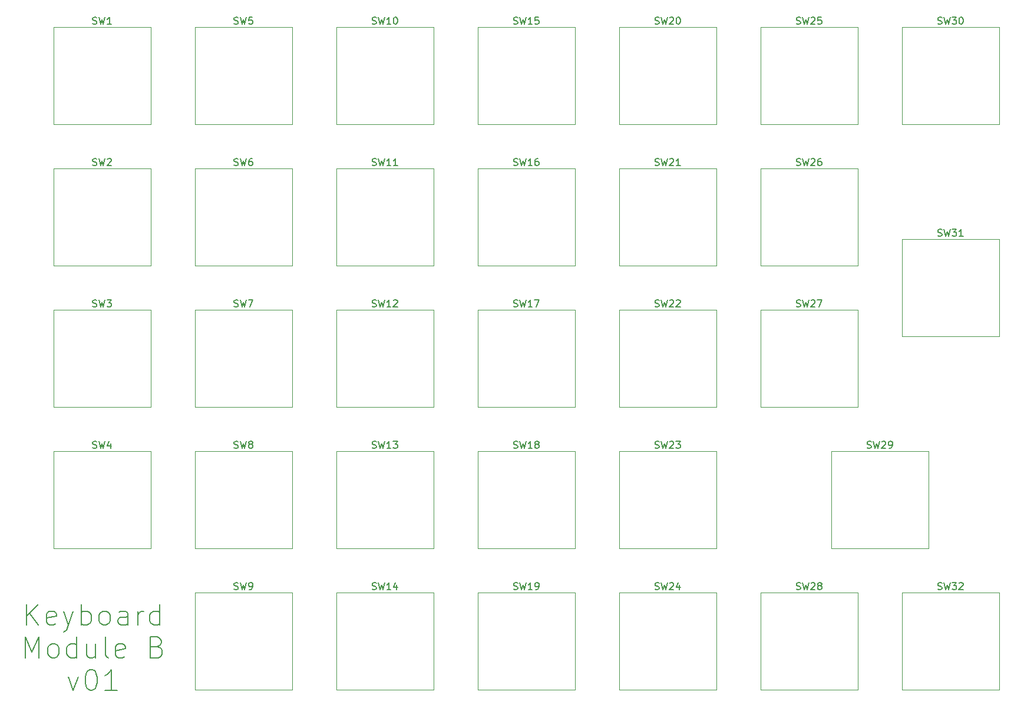
<source format=gto>
G04 #@! TF.GenerationSoftware,KiCad,Pcbnew,(5.1.0)-1*
G04 #@! TF.CreationDate,2019-04-07T23:14:06+02:00*
G04 #@! TF.ProjectId,ModuleB,4d6f6475-6c65-4422-9e6b-696361645f70,v01*
G04 #@! TF.SameCoordinates,Original*
G04 #@! TF.FileFunction,Legend,Top*
G04 #@! TF.FilePolarity,Positive*
%FSLAX46Y46*%
G04 Gerber Fmt 4.6, Leading zero omitted, Abs format (unit mm)*
G04 Created by KiCad (PCBNEW (5.1.0)-1) date 2019-04-07 23:14:06*
%MOMM*%
%LPD*%
G04 APERTURE LIST*
%ADD10C,0.200000*%
%ADD11C,0.120000*%
%ADD12C,0.150000*%
G04 APERTURE END LIST*
D10*
X20908571Y-115783142D02*
X20908571Y-112783142D01*
X22622857Y-115783142D02*
X21337142Y-114068857D01*
X22622857Y-112783142D02*
X20908571Y-114497428D01*
X25051428Y-115640285D02*
X24765714Y-115783142D01*
X24194285Y-115783142D01*
X23908571Y-115640285D01*
X23765714Y-115354571D01*
X23765714Y-114211714D01*
X23908571Y-113926000D01*
X24194285Y-113783142D01*
X24765714Y-113783142D01*
X25051428Y-113926000D01*
X25194285Y-114211714D01*
X25194285Y-114497428D01*
X23765714Y-114783142D01*
X26194285Y-113783142D02*
X26908571Y-115783142D01*
X27622857Y-113783142D02*
X26908571Y-115783142D01*
X26622857Y-116497428D01*
X26480000Y-116640285D01*
X26194285Y-116783142D01*
X28765714Y-115783142D02*
X28765714Y-112783142D01*
X28765714Y-113926000D02*
X29051428Y-113783142D01*
X29622857Y-113783142D01*
X29908571Y-113926000D01*
X30051428Y-114068857D01*
X30194285Y-114354571D01*
X30194285Y-115211714D01*
X30051428Y-115497428D01*
X29908571Y-115640285D01*
X29622857Y-115783142D01*
X29051428Y-115783142D01*
X28765714Y-115640285D01*
X31908571Y-115783142D02*
X31622857Y-115640285D01*
X31480000Y-115497428D01*
X31337142Y-115211714D01*
X31337142Y-114354571D01*
X31480000Y-114068857D01*
X31622857Y-113926000D01*
X31908571Y-113783142D01*
X32337142Y-113783142D01*
X32622857Y-113926000D01*
X32765714Y-114068857D01*
X32908571Y-114354571D01*
X32908571Y-115211714D01*
X32765714Y-115497428D01*
X32622857Y-115640285D01*
X32337142Y-115783142D01*
X31908571Y-115783142D01*
X35480000Y-115783142D02*
X35480000Y-114211714D01*
X35337142Y-113926000D01*
X35051428Y-113783142D01*
X34480000Y-113783142D01*
X34194285Y-113926000D01*
X35480000Y-115640285D02*
X35194285Y-115783142D01*
X34480000Y-115783142D01*
X34194285Y-115640285D01*
X34051428Y-115354571D01*
X34051428Y-115068857D01*
X34194285Y-114783142D01*
X34480000Y-114640285D01*
X35194285Y-114640285D01*
X35480000Y-114497428D01*
X36908571Y-115783142D02*
X36908571Y-113783142D01*
X36908571Y-114354571D02*
X37051428Y-114068857D01*
X37194285Y-113926000D01*
X37480000Y-113783142D01*
X37765714Y-113783142D01*
X40051428Y-115783142D02*
X40051428Y-112783142D01*
X40051428Y-115640285D02*
X39765714Y-115783142D01*
X39194285Y-115783142D01*
X38908571Y-115640285D01*
X38765714Y-115497428D01*
X38622857Y-115211714D01*
X38622857Y-114354571D01*
X38765714Y-114068857D01*
X38908571Y-113926000D01*
X39194285Y-113783142D01*
X39765714Y-113783142D01*
X40051428Y-113926000D01*
X20694285Y-120483142D02*
X20694285Y-117483142D01*
X21694285Y-119626000D01*
X22694285Y-117483142D01*
X22694285Y-120483142D01*
X24551428Y-120483142D02*
X24265714Y-120340285D01*
X24122857Y-120197428D01*
X23980000Y-119911714D01*
X23980000Y-119054571D01*
X24122857Y-118768857D01*
X24265714Y-118626000D01*
X24551428Y-118483142D01*
X24980000Y-118483142D01*
X25265714Y-118626000D01*
X25408571Y-118768857D01*
X25551428Y-119054571D01*
X25551428Y-119911714D01*
X25408571Y-120197428D01*
X25265714Y-120340285D01*
X24980000Y-120483142D01*
X24551428Y-120483142D01*
X28122857Y-120483142D02*
X28122857Y-117483142D01*
X28122857Y-120340285D02*
X27837142Y-120483142D01*
X27265714Y-120483142D01*
X26980000Y-120340285D01*
X26837142Y-120197428D01*
X26694285Y-119911714D01*
X26694285Y-119054571D01*
X26837142Y-118768857D01*
X26980000Y-118626000D01*
X27265714Y-118483142D01*
X27837142Y-118483142D01*
X28122857Y-118626000D01*
X30837142Y-118483142D02*
X30837142Y-120483142D01*
X29551428Y-118483142D02*
X29551428Y-120054571D01*
X29694285Y-120340285D01*
X29980000Y-120483142D01*
X30408571Y-120483142D01*
X30694285Y-120340285D01*
X30837142Y-120197428D01*
X32694285Y-120483142D02*
X32408571Y-120340285D01*
X32265714Y-120054571D01*
X32265714Y-117483142D01*
X34980000Y-120340285D02*
X34694285Y-120483142D01*
X34122857Y-120483142D01*
X33837142Y-120340285D01*
X33694285Y-120054571D01*
X33694285Y-118911714D01*
X33837142Y-118626000D01*
X34122857Y-118483142D01*
X34694285Y-118483142D01*
X34980000Y-118626000D01*
X35122857Y-118911714D01*
X35122857Y-119197428D01*
X33694285Y-119483142D01*
X39694285Y-118911714D02*
X40122857Y-119054571D01*
X40265714Y-119197428D01*
X40408571Y-119483142D01*
X40408571Y-119911714D01*
X40265714Y-120197428D01*
X40122857Y-120340285D01*
X39837142Y-120483142D01*
X38694285Y-120483142D01*
X38694285Y-117483142D01*
X39694285Y-117483142D01*
X39980000Y-117626000D01*
X40122857Y-117768857D01*
X40265714Y-118054571D01*
X40265714Y-118340285D01*
X40122857Y-118626000D01*
X39980000Y-118768857D01*
X39694285Y-118911714D01*
X38694285Y-118911714D01*
X26908571Y-123183142D02*
X27622857Y-125183142D01*
X28337142Y-123183142D01*
X30051428Y-122183142D02*
X30337142Y-122183142D01*
X30622857Y-122326000D01*
X30765714Y-122468857D01*
X30908571Y-122754571D01*
X31051428Y-123326000D01*
X31051428Y-124040285D01*
X30908571Y-124611714D01*
X30765714Y-124897428D01*
X30622857Y-125040285D01*
X30337142Y-125183142D01*
X30051428Y-125183142D01*
X29765714Y-125040285D01*
X29622857Y-124897428D01*
X29480000Y-124611714D01*
X29337142Y-124040285D01*
X29337142Y-123326000D01*
X29480000Y-122754571D01*
X29622857Y-122468857D01*
X29765714Y-122326000D01*
X30051428Y-122183142D01*
X33908571Y-125183142D02*
X32194285Y-125183142D01*
X33051428Y-125183142D02*
X33051428Y-122183142D01*
X32765714Y-122611714D01*
X32480000Y-122897428D01*
X32194285Y-123040285D01*
D11*
X45085000Y-70485000D02*
X59055000Y-70485000D01*
X59055000Y-70485000D02*
X59055000Y-84455000D01*
X59055000Y-84455000D02*
X45085000Y-84455000D01*
X45085000Y-84455000D02*
X45085000Y-70485000D01*
X146685000Y-125095000D02*
X146685000Y-111125000D01*
X160655000Y-125095000D02*
X146685000Y-125095000D01*
X160655000Y-111125000D02*
X160655000Y-125095000D01*
X146685000Y-111125000D02*
X160655000Y-111125000D01*
X24765000Y-43815000D02*
X24765000Y-29845000D01*
X38735000Y-43815000D02*
X24765000Y-43815000D01*
X38735000Y-29845000D02*
X38735000Y-43815000D01*
X24765000Y-29845000D02*
X38735000Y-29845000D01*
X24765000Y-50165000D02*
X38735000Y-50165000D01*
X38735000Y-50165000D02*
X38735000Y-64135000D01*
X38735000Y-64135000D02*
X24765000Y-64135000D01*
X24765000Y-64135000D02*
X24765000Y-50165000D01*
X24765000Y-70485000D02*
X38735000Y-70485000D01*
X38735000Y-70485000D02*
X38735000Y-84455000D01*
X38735000Y-84455000D02*
X24765000Y-84455000D01*
X24765000Y-84455000D02*
X24765000Y-70485000D01*
X24765000Y-90805000D02*
X38735000Y-90805000D01*
X38735000Y-90805000D02*
X38735000Y-104775000D01*
X38735000Y-104775000D02*
X24765000Y-104775000D01*
X24765000Y-104775000D02*
X24765000Y-90805000D01*
X45085000Y-29845000D02*
X59055000Y-29845000D01*
X59055000Y-29845000D02*
X59055000Y-43815000D01*
X59055000Y-43815000D02*
X45085000Y-43815000D01*
X45085000Y-43815000D02*
X45085000Y-29845000D01*
X45085000Y-64135000D02*
X45085000Y-50165000D01*
X59055000Y-64135000D02*
X45085000Y-64135000D01*
X59055000Y-50165000D02*
X59055000Y-64135000D01*
X45085000Y-50165000D02*
X59055000Y-50165000D01*
X45085000Y-104775000D02*
X45085000Y-90805000D01*
X59055000Y-104775000D02*
X45085000Y-104775000D01*
X59055000Y-90805000D02*
X59055000Y-104775000D01*
X45085000Y-90805000D02*
X59055000Y-90805000D01*
X45085000Y-125095000D02*
X45085000Y-111125000D01*
X59055000Y-125095000D02*
X45085000Y-125095000D01*
X59055000Y-111125000D02*
X59055000Y-125095000D01*
X45085000Y-111125000D02*
X59055000Y-111125000D01*
X65405000Y-43815000D02*
X65405000Y-29845000D01*
X79375000Y-43815000D02*
X65405000Y-43815000D01*
X79375000Y-29845000D02*
X79375000Y-43815000D01*
X65405000Y-29845000D02*
X79375000Y-29845000D01*
X65405000Y-64135000D02*
X65405000Y-50165000D01*
X79375000Y-64135000D02*
X65405000Y-64135000D01*
X79375000Y-50165000D02*
X79375000Y-64135000D01*
X65405000Y-50165000D02*
X79375000Y-50165000D01*
X65405000Y-84455000D02*
X65405000Y-70485000D01*
X79375000Y-84455000D02*
X65405000Y-84455000D01*
X79375000Y-70485000D02*
X79375000Y-84455000D01*
X65405000Y-70485000D02*
X79375000Y-70485000D01*
X65405000Y-90805000D02*
X79375000Y-90805000D01*
X79375000Y-90805000D02*
X79375000Y-104775000D01*
X79375000Y-104775000D02*
X65405000Y-104775000D01*
X65405000Y-104775000D02*
X65405000Y-90805000D01*
X65405000Y-125095000D02*
X65405000Y-111125000D01*
X79375000Y-125095000D02*
X65405000Y-125095000D01*
X79375000Y-111125000D02*
X79375000Y-125095000D01*
X65405000Y-111125000D02*
X79375000Y-111125000D01*
X85725000Y-43815000D02*
X85725000Y-29845000D01*
X99695000Y-43815000D02*
X85725000Y-43815000D01*
X99695000Y-29845000D02*
X99695000Y-43815000D01*
X85725000Y-29845000D02*
X99695000Y-29845000D01*
X85725000Y-50165000D02*
X99695000Y-50165000D01*
X99695000Y-50165000D02*
X99695000Y-64135000D01*
X99695000Y-64135000D02*
X85725000Y-64135000D01*
X85725000Y-64135000D02*
X85725000Y-50165000D01*
X85725000Y-70485000D02*
X99695000Y-70485000D01*
X99695000Y-70485000D02*
X99695000Y-84455000D01*
X99695000Y-84455000D02*
X85725000Y-84455000D01*
X85725000Y-84455000D02*
X85725000Y-70485000D01*
X85725000Y-90805000D02*
X99695000Y-90805000D01*
X99695000Y-90805000D02*
X99695000Y-104775000D01*
X99695000Y-104775000D02*
X85725000Y-104775000D01*
X85725000Y-104775000D02*
X85725000Y-90805000D01*
X85725000Y-111125000D02*
X99695000Y-111125000D01*
X99695000Y-111125000D02*
X99695000Y-125095000D01*
X99695000Y-125095000D02*
X85725000Y-125095000D01*
X85725000Y-125095000D02*
X85725000Y-111125000D01*
X106045000Y-43815000D02*
X106045000Y-29845000D01*
X120015000Y-43815000D02*
X106045000Y-43815000D01*
X120015000Y-29845000D02*
X120015000Y-43815000D01*
X106045000Y-29845000D02*
X120015000Y-29845000D01*
X106045000Y-50165000D02*
X120015000Y-50165000D01*
X120015000Y-50165000D02*
X120015000Y-64135000D01*
X120015000Y-64135000D02*
X106045000Y-64135000D01*
X106045000Y-64135000D02*
X106045000Y-50165000D01*
X106045000Y-70485000D02*
X120015000Y-70485000D01*
X120015000Y-70485000D02*
X120015000Y-84455000D01*
X120015000Y-84455000D02*
X106045000Y-84455000D01*
X106045000Y-84455000D02*
X106045000Y-70485000D01*
X106045000Y-90805000D02*
X120015000Y-90805000D01*
X120015000Y-90805000D02*
X120015000Y-104775000D01*
X120015000Y-104775000D02*
X106045000Y-104775000D01*
X106045000Y-104775000D02*
X106045000Y-90805000D01*
X106045000Y-125095000D02*
X106045000Y-111125000D01*
X120015000Y-125095000D02*
X106045000Y-125095000D01*
X120015000Y-111125000D02*
X120015000Y-125095000D01*
X106045000Y-111125000D02*
X120015000Y-111125000D01*
X126365000Y-29845000D02*
X140335000Y-29845000D01*
X140335000Y-29845000D02*
X140335000Y-43815000D01*
X140335000Y-43815000D02*
X126365000Y-43815000D01*
X126365000Y-43815000D02*
X126365000Y-29845000D01*
X126365000Y-50165000D02*
X140335000Y-50165000D01*
X140335000Y-50165000D02*
X140335000Y-64135000D01*
X140335000Y-64135000D02*
X126365000Y-64135000D01*
X126365000Y-64135000D02*
X126365000Y-50165000D01*
X126365000Y-70485000D02*
X140335000Y-70485000D01*
X140335000Y-70485000D02*
X140335000Y-84455000D01*
X140335000Y-84455000D02*
X126365000Y-84455000D01*
X126365000Y-84455000D02*
X126365000Y-70485000D01*
X126365000Y-125095000D02*
X126365000Y-111125000D01*
X140335000Y-125095000D02*
X126365000Y-125095000D01*
X140335000Y-111125000D02*
X140335000Y-125095000D01*
X126365000Y-111125000D02*
X140335000Y-111125000D01*
X136525000Y-90805000D02*
X150495000Y-90805000D01*
X150495000Y-90805000D02*
X150495000Y-104775000D01*
X150495000Y-104775000D02*
X136525000Y-104775000D01*
X136525000Y-104775000D02*
X136525000Y-90805000D01*
X146685000Y-43815000D02*
X146685000Y-29845000D01*
X160655000Y-43815000D02*
X146685000Y-43815000D01*
X160655000Y-29845000D02*
X160655000Y-43815000D01*
X146685000Y-29845000D02*
X160655000Y-29845000D01*
X146685000Y-60325000D02*
X160655000Y-60325000D01*
X160655000Y-60325000D02*
X160655000Y-74295000D01*
X160655000Y-74295000D02*
X146685000Y-74295000D01*
X146685000Y-74295000D02*
X146685000Y-60325000D01*
D12*
X50736666Y-70000761D02*
X50879523Y-70048380D01*
X51117619Y-70048380D01*
X51212857Y-70000761D01*
X51260476Y-69953142D01*
X51308095Y-69857904D01*
X51308095Y-69762666D01*
X51260476Y-69667428D01*
X51212857Y-69619809D01*
X51117619Y-69572190D01*
X50927142Y-69524571D01*
X50831904Y-69476952D01*
X50784285Y-69429333D01*
X50736666Y-69334095D01*
X50736666Y-69238857D01*
X50784285Y-69143619D01*
X50831904Y-69096000D01*
X50927142Y-69048380D01*
X51165238Y-69048380D01*
X51308095Y-69096000D01*
X51641428Y-69048380D02*
X51879523Y-70048380D01*
X52070000Y-69334095D01*
X52260476Y-70048380D01*
X52498571Y-69048380D01*
X52784285Y-69048380D02*
X53450952Y-69048380D01*
X53022380Y-70048380D01*
X151860476Y-110640761D02*
X152003333Y-110688380D01*
X152241428Y-110688380D01*
X152336666Y-110640761D01*
X152384285Y-110593142D01*
X152431904Y-110497904D01*
X152431904Y-110402666D01*
X152384285Y-110307428D01*
X152336666Y-110259809D01*
X152241428Y-110212190D01*
X152050952Y-110164571D01*
X151955714Y-110116952D01*
X151908095Y-110069333D01*
X151860476Y-109974095D01*
X151860476Y-109878857D01*
X151908095Y-109783619D01*
X151955714Y-109736000D01*
X152050952Y-109688380D01*
X152289047Y-109688380D01*
X152431904Y-109736000D01*
X152765238Y-109688380D02*
X153003333Y-110688380D01*
X153193809Y-109974095D01*
X153384285Y-110688380D01*
X153622380Y-109688380D01*
X153908095Y-109688380D02*
X154527142Y-109688380D01*
X154193809Y-110069333D01*
X154336666Y-110069333D01*
X154431904Y-110116952D01*
X154479523Y-110164571D01*
X154527142Y-110259809D01*
X154527142Y-110497904D01*
X154479523Y-110593142D01*
X154431904Y-110640761D01*
X154336666Y-110688380D01*
X154050952Y-110688380D01*
X153955714Y-110640761D01*
X153908095Y-110593142D01*
X154908095Y-109783619D02*
X154955714Y-109736000D01*
X155050952Y-109688380D01*
X155289047Y-109688380D01*
X155384285Y-109736000D01*
X155431904Y-109783619D01*
X155479523Y-109878857D01*
X155479523Y-109974095D01*
X155431904Y-110116952D01*
X154860476Y-110688380D01*
X155479523Y-110688380D01*
X30416666Y-29360761D02*
X30559523Y-29408380D01*
X30797619Y-29408380D01*
X30892857Y-29360761D01*
X30940476Y-29313142D01*
X30988095Y-29217904D01*
X30988095Y-29122666D01*
X30940476Y-29027428D01*
X30892857Y-28979809D01*
X30797619Y-28932190D01*
X30607142Y-28884571D01*
X30511904Y-28836952D01*
X30464285Y-28789333D01*
X30416666Y-28694095D01*
X30416666Y-28598857D01*
X30464285Y-28503619D01*
X30511904Y-28456000D01*
X30607142Y-28408380D01*
X30845238Y-28408380D01*
X30988095Y-28456000D01*
X31321428Y-28408380D02*
X31559523Y-29408380D01*
X31750000Y-28694095D01*
X31940476Y-29408380D01*
X32178571Y-28408380D01*
X33083333Y-29408380D02*
X32511904Y-29408380D01*
X32797619Y-29408380D02*
X32797619Y-28408380D01*
X32702380Y-28551238D01*
X32607142Y-28646476D01*
X32511904Y-28694095D01*
X30416666Y-49680761D02*
X30559523Y-49728380D01*
X30797619Y-49728380D01*
X30892857Y-49680761D01*
X30940476Y-49633142D01*
X30988095Y-49537904D01*
X30988095Y-49442666D01*
X30940476Y-49347428D01*
X30892857Y-49299809D01*
X30797619Y-49252190D01*
X30607142Y-49204571D01*
X30511904Y-49156952D01*
X30464285Y-49109333D01*
X30416666Y-49014095D01*
X30416666Y-48918857D01*
X30464285Y-48823619D01*
X30511904Y-48776000D01*
X30607142Y-48728380D01*
X30845238Y-48728380D01*
X30988095Y-48776000D01*
X31321428Y-48728380D02*
X31559523Y-49728380D01*
X31750000Y-49014095D01*
X31940476Y-49728380D01*
X32178571Y-48728380D01*
X32511904Y-48823619D02*
X32559523Y-48776000D01*
X32654761Y-48728380D01*
X32892857Y-48728380D01*
X32988095Y-48776000D01*
X33035714Y-48823619D01*
X33083333Y-48918857D01*
X33083333Y-49014095D01*
X33035714Y-49156952D01*
X32464285Y-49728380D01*
X33083333Y-49728380D01*
X30416666Y-70000761D02*
X30559523Y-70048380D01*
X30797619Y-70048380D01*
X30892857Y-70000761D01*
X30940476Y-69953142D01*
X30988095Y-69857904D01*
X30988095Y-69762666D01*
X30940476Y-69667428D01*
X30892857Y-69619809D01*
X30797619Y-69572190D01*
X30607142Y-69524571D01*
X30511904Y-69476952D01*
X30464285Y-69429333D01*
X30416666Y-69334095D01*
X30416666Y-69238857D01*
X30464285Y-69143619D01*
X30511904Y-69096000D01*
X30607142Y-69048380D01*
X30845238Y-69048380D01*
X30988095Y-69096000D01*
X31321428Y-69048380D02*
X31559523Y-70048380D01*
X31750000Y-69334095D01*
X31940476Y-70048380D01*
X32178571Y-69048380D01*
X32464285Y-69048380D02*
X33083333Y-69048380D01*
X32750000Y-69429333D01*
X32892857Y-69429333D01*
X32988095Y-69476952D01*
X33035714Y-69524571D01*
X33083333Y-69619809D01*
X33083333Y-69857904D01*
X33035714Y-69953142D01*
X32988095Y-70000761D01*
X32892857Y-70048380D01*
X32607142Y-70048380D01*
X32511904Y-70000761D01*
X32464285Y-69953142D01*
X30416666Y-90320761D02*
X30559523Y-90368380D01*
X30797619Y-90368380D01*
X30892857Y-90320761D01*
X30940476Y-90273142D01*
X30988095Y-90177904D01*
X30988095Y-90082666D01*
X30940476Y-89987428D01*
X30892857Y-89939809D01*
X30797619Y-89892190D01*
X30607142Y-89844571D01*
X30511904Y-89796952D01*
X30464285Y-89749333D01*
X30416666Y-89654095D01*
X30416666Y-89558857D01*
X30464285Y-89463619D01*
X30511904Y-89416000D01*
X30607142Y-89368380D01*
X30845238Y-89368380D01*
X30988095Y-89416000D01*
X31321428Y-89368380D02*
X31559523Y-90368380D01*
X31750000Y-89654095D01*
X31940476Y-90368380D01*
X32178571Y-89368380D01*
X32988095Y-89701714D02*
X32988095Y-90368380D01*
X32750000Y-89320761D02*
X32511904Y-90035047D01*
X33130952Y-90035047D01*
X50736666Y-29360761D02*
X50879523Y-29408380D01*
X51117619Y-29408380D01*
X51212857Y-29360761D01*
X51260476Y-29313142D01*
X51308095Y-29217904D01*
X51308095Y-29122666D01*
X51260476Y-29027428D01*
X51212857Y-28979809D01*
X51117619Y-28932190D01*
X50927142Y-28884571D01*
X50831904Y-28836952D01*
X50784285Y-28789333D01*
X50736666Y-28694095D01*
X50736666Y-28598857D01*
X50784285Y-28503619D01*
X50831904Y-28456000D01*
X50927142Y-28408380D01*
X51165238Y-28408380D01*
X51308095Y-28456000D01*
X51641428Y-28408380D02*
X51879523Y-29408380D01*
X52070000Y-28694095D01*
X52260476Y-29408380D01*
X52498571Y-28408380D01*
X53355714Y-28408380D02*
X52879523Y-28408380D01*
X52831904Y-28884571D01*
X52879523Y-28836952D01*
X52974761Y-28789333D01*
X53212857Y-28789333D01*
X53308095Y-28836952D01*
X53355714Y-28884571D01*
X53403333Y-28979809D01*
X53403333Y-29217904D01*
X53355714Y-29313142D01*
X53308095Y-29360761D01*
X53212857Y-29408380D01*
X52974761Y-29408380D01*
X52879523Y-29360761D01*
X52831904Y-29313142D01*
X50736666Y-49680761D02*
X50879523Y-49728380D01*
X51117619Y-49728380D01*
X51212857Y-49680761D01*
X51260476Y-49633142D01*
X51308095Y-49537904D01*
X51308095Y-49442666D01*
X51260476Y-49347428D01*
X51212857Y-49299809D01*
X51117619Y-49252190D01*
X50927142Y-49204571D01*
X50831904Y-49156952D01*
X50784285Y-49109333D01*
X50736666Y-49014095D01*
X50736666Y-48918857D01*
X50784285Y-48823619D01*
X50831904Y-48776000D01*
X50927142Y-48728380D01*
X51165238Y-48728380D01*
X51308095Y-48776000D01*
X51641428Y-48728380D02*
X51879523Y-49728380D01*
X52070000Y-49014095D01*
X52260476Y-49728380D01*
X52498571Y-48728380D01*
X53308095Y-48728380D02*
X53117619Y-48728380D01*
X53022380Y-48776000D01*
X52974761Y-48823619D01*
X52879523Y-48966476D01*
X52831904Y-49156952D01*
X52831904Y-49537904D01*
X52879523Y-49633142D01*
X52927142Y-49680761D01*
X53022380Y-49728380D01*
X53212857Y-49728380D01*
X53308095Y-49680761D01*
X53355714Y-49633142D01*
X53403333Y-49537904D01*
X53403333Y-49299809D01*
X53355714Y-49204571D01*
X53308095Y-49156952D01*
X53212857Y-49109333D01*
X53022380Y-49109333D01*
X52927142Y-49156952D01*
X52879523Y-49204571D01*
X52831904Y-49299809D01*
X50736666Y-90320761D02*
X50879523Y-90368380D01*
X51117619Y-90368380D01*
X51212857Y-90320761D01*
X51260476Y-90273142D01*
X51308095Y-90177904D01*
X51308095Y-90082666D01*
X51260476Y-89987428D01*
X51212857Y-89939809D01*
X51117619Y-89892190D01*
X50927142Y-89844571D01*
X50831904Y-89796952D01*
X50784285Y-89749333D01*
X50736666Y-89654095D01*
X50736666Y-89558857D01*
X50784285Y-89463619D01*
X50831904Y-89416000D01*
X50927142Y-89368380D01*
X51165238Y-89368380D01*
X51308095Y-89416000D01*
X51641428Y-89368380D02*
X51879523Y-90368380D01*
X52070000Y-89654095D01*
X52260476Y-90368380D01*
X52498571Y-89368380D01*
X53022380Y-89796952D02*
X52927142Y-89749333D01*
X52879523Y-89701714D01*
X52831904Y-89606476D01*
X52831904Y-89558857D01*
X52879523Y-89463619D01*
X52927142Y-89416000D01*
X53022380Y-89368380D01*
X53212857Y-89368380D01*
X53308095Y-89416000D01*
X53355714Y-89463619D01*
X53403333Y-89558857D01*
X53403333Y-89606476D01*
X53355714Y-89701714D01*
X53308095Y-89749333D01*
X53212857Y-89796952D01*
X53022380Y-89796952D01*
X52927142Y-89844571D01*
X52879523Y-89892190D01*
X52831904Y-89987428D01*
X52831904Y-90177904D01*
X52879523Y-90273142D01*
X52927142Y-90320761D01*
X53022380Y-90368380D01*
X53212857Y-90368380D01*
X53308095Y-90320761D01*
X53355714Y-90273142D01*
X53403333Y-90177904D01*
X53403333Y-89987428D01*
X53355714Y-89892190D01*
X53308095Y-89844571D01*
X53212857Y-89796952D01*
X50736666Y-110640761D02*
X50879523Y-110688380D01*
X51117619Y-110688380D01*
X51212857Y-110640761D01*
X51260476Y-110593142D01*
X51308095Y-110497904D01*
X51308095Y-110402666D01*
X51260476Y-110307428D01*
X51212857Y-110259809D01*
X51117619Y-110212190D01*
X50927142Y-110164571D01*
X50831904Y-110116952D01*
X50784285Y-110069333D01*
X50736666Y-109974095D01*
X50736666Y-109878857D01*
X50784285Y-109783619D01*
X50831904Y-109736000D01*
X50927142Y-109688380D01*
X51165238Y-109688380D01*
X51308095Y-109736000D01*
X51641428Y-109688380D02*
X51879523Y-110688380D01*
X52070000Y-109974095D01*
X52260476Y-110688380D01*
X52498571Y-109688380D01*
X52927142Y-110688380D02*
X53117619Y-110688380D01*
X53212857Y-110640761D01*
X53260476Y-110593142D01*
X53355714Y-110450285D01*
X53403333Y-110259809D01*
X53403333Y-109878857D01*
X53355714Y-109783619D01*
X53308095Y-109736000D01*
X53212857Y-109688380D01*
X53022380Y-109688380D01*
X52927142Y-109736000D01*
X52879523Y-109783619D01*
X52831904Y-109878857D01*
X52831904Y-110116952D01*
X52879523Y-110212190D01*
X52927142Y-110259809D01*
X53022380Y-110307428D01*
X53212857Y-110307428D01*
X53308095Y-110259809D01*
X53355714Y-110212190D01*
X53403333Y-110116952D01*
X70580476Y-29360761D02*
X70723333Y-29408380D01*
X70961428Y-29408380D01*
X71056666Y-29360761D01*
X71104285Y-29313142D01*
X71151904Y-29217904D01*
X71151904Y-29122666D01*
X71104285Y-29027428D01*
X71056666Y-28979809D01*
X70961428Y-28932190D01*
X70770952Y-28884571D01*
X70675714Y-28836952D01*
X70628095Y-28789333D01*
X70580476Y-28694095D01*
X70580476Y-28598857D01*
X70628095Y-28503619D01*
X70675714Y-28456000D01*
X70770952Y-28408380D01*
X71009047Y-28408380D01*
X71151904Y-28456000D01*
X71485238Y-28408380D02*
X71723333Y-29408380D01*
X71913809Y-28694095D01*
X72104285Y-29408380D01*
X72342380Y-28408380D01*
X73247142Y-29408380D02*
X72675714Y-29408380D01*
X72961428Y-29408380D02*
X72961428Y-28408380D01*
X72866190Y-28551238D01*
X72770952Y-28646476D01*
X72675714Y-28694095D01*
X73866190Y-28408380D02*
X73961428Y-28408380D01*
X74056666Y-28456000D01*
X74104285Y-28503619D01*
X74151904Y-28598857D01*
X74199523Y-28789333D01*
X74199523Y-29027428D01*
X74151904Y-29217904D01*
X74104285Y-29313142D01*
X74056666Y-29360761D01*
X73961428Y-29408380D01*
X73866190Y-29408380D01*
X73770952Y-29360761D01*
X73723333Y-29313142D01*
X73675714Y-29217904D01*
X73628095Y-29027428D01*
X73628095Y-28789333D01*
X73675714Y-28598857D01*
X73723333Y-28503619D01*
X73770952Y-28456000D01*
X73866190Y-28408380D01*
X70580476Y-49680761D02*
X70723333Y-49728380D01*
X70961428Y-49728380D01*
X71056666Y-49680761D01*
X71104285Y-49633142D01*
X71151904Y-49537904D01*
X71151904Y-49442666D01*
X71104285Y-49347428D01*
X71056666Y-49299809D01*
X70961428Y-49252190D01*
X70770952Y-49204571D01*
X70675714Y-49156952D01*
X70628095Y-49109333D01*
X70580476Y-49014095D01*
X70580476Y-48918857D01*
X70628095Y-48823619D01*
X70675714Y-48776000D01*
X70770952Y-48728380D01*
X71009047Y-48728380D01*
X71151904Y-48776000D01*
X71485238Y-48728380D02*
X71723333Y-49728380D01*
X71913809Y-49014095D01*
X72104285Y-49728380D01*
X72342380Y-48728380D01*
X73247142Y-49728380D02*
X72675714Y-49728380D01*
X72961428Y-49728380D02*
X72961428Y-48728380D01*
X72866190Y-48871238D01*
X72770952Y-48966476D01*
X72675714Y-49014095D01*
X74199523Y-49728380D02*
X73628095Y-49728380D01*
X73913809Y-49728380D02*
X73913809Y-48728380D01*
X73818571Y-48871238D01*
X73723333Y-48966476D01*
X73628095Y-49014095D01*
X70580476Y-70000761D02*
X70723333Y-70048380D01*
X70961428Y-70048380D01*
X71056666Y-70000761D01*
X71104285Y-69953142D01*
X71151904Y-69857904D01*
X71151904Y-69762666D01*
X71104285Y-69667428D01*
X71056666Y-69619809D01*
X70961428Y-69572190D01*
X70770952Y-69524571D01*
X70675714Y-69476952D01*
X70628095Y-69429333D01*
X70580476Y-69334095D01*
X70580476Y-69238857D01*
X70628095Y-69143619D01*
X70675714Y-69096000D01*
X70770952Y-69048380D01*
X71009047Y-69048380D01*
X71151904Y-69096000D01*
X71485238Y-69048380D02*
X71723333Y-70048380D01*
X71913809Y-69334095D01*
X72104285Y-70048380D01*
X72342380Y-69048380D01*
X73247142Y-70048380D02*
X72675714Y-70048380D01*
X72961428Y-70048380D02*
X72961428Y-69048380D01*
X72866190Y-69191238D01*
X72770952Y-69286476D01*
X72675714Y-69334095D01*
X73628095Y-69143619D02*
X73675714Y-69096000D01*
X73770952Y-69048380D01*
X74009047Y-69048380D01*
X74104285Y-69096000D01*
X74151904Y-69143619D01*
X74199523Y-69238857D01*
X74199523Y-69334095D01*
X74151904Y-69476952D01*
X73580476Y-70048380D01*
X74199523Y-70048380D01*
X70580476Y-90320761D02*
X70723333Y-90368380D01*
X70961428Y-90368380D01*
X71056666Y-90320761D01*
X71104285Y-90273142D01*
X71151904Y-90177904D01*
X71151904Y-90082666D01*
X71104285Y-89987428D01*
X71056666Y-89939809D01*
X70961428Y-89892190D01*
X70770952Y-89844571D01*
X70675714Y-89796952D01*
X70628095Y-89749333D01*
X70580476Y-89654095D01*
X70580476Y-89558857D01*
X70628095Y-89463619D01*
X70675714Y-89416000D01*
X70770952Y-89368380D01*
X71009047Y-89368380D01*
X71151904Y-89416000D01*
X71485238Y-89368380D02*
X71723333Y-90368380D01*
X71913809Y-89654095D01*
X72104285Y-90368380D01*
X72342380Y-89368380D01*
X73247142Y-90368380D02*
X72675714Y-90368380D01*
X72961428Y-90368380D02*
X72961428Y-89368380D01*
X72866190Y-89511238D01*
X72770952Y-89606476D01*
X72675714Y-89654095D01*
X73580476Y-89368380D02*
X74199523Y-89368380D01*
X73866190Y-89749333D01*
X74009047Y-89749333D01*
X74104285Y-89796952D01*
X74151904Y-89844571D01*
X74199523Y-89939809D01*
X74199523Y-90177904D01*
X74151904Y-90273142D01*
X74104285Y-90320761D01*
X74009047Y-90368380D01*
X73723333Y-90368380D01*
X73628095Y-90320761D01*
X73580476Y-90273142D01*
X70580476Y-110640761D02*
X70723333Y-110688380D01*
X70961428Y-110688380D01*
X71056666Y-110640761D01*
X71104285Y-110593142D01*
X71151904Y-110497904D01*
X71151904Y-110402666D01*
X71104285Y-110307428D01*
X71056666Y-110259809D01*
X70961428Y-110212190D01*
X70770952Y-110164571D01*
X70675714Y-110116952D01*
X70628095Y-110069333D01*
X70580476Y-109974095D01*
X70580476Y-109878857D01*
X70628095Y-109783619D01*
X70675714Y-109736000D01*
X70770952Y-109688380D01*
X71009047Y-109688380D01*
X71151904Y-109736000D01*
X71485238Y-109688380D02*
X71723333Y-110688380D01*
X71913809Y-109974095D01*
X72104285Y-110688380D01*
X72342380Y-109688380D01*
X73247142Y-110688380D02*
X72675714Y-110688380D01*
X72961428Y-110688380D02*
X72961428Y-109688380D01*
X72866190Y-109831238D01*
X72770952Y-109926476D01*
X72675714Y-109974095D01*
X74104285Y-110021714D02*
X74104285Y-110688380D01*
X73866190Y-109640761D02*
X73628095Y-110355047D01*
X74247142Y-110355047D01*
X90900476Y-29360761D02*
X91043333Y-29408380D01*
X91281428Y-29408380D01*
X91376666Y-29360761D01*
X91424285Y-29313142D01*
X91471904Y-29217904D01*
X91471904Y-29122666D01*
X91424285Y-29027428D01*
X91376666Y-28979809D01*
X91281428Y-28932190D01*
X91090952Y-28884571D01*
X90995714Y-28836952D01*
X90948095Y-28789333D01*
X90900476Y-28694095D01*
X90900476Y-28598857D01*
X90948095Y-28503619D01*
X90995714Y-28456000D01*
X91090952Y-28408380D01*
X91329047Y-28408380D01*
X91471904Y-28456000D01*
X91805238Y-28408380D02*
X92043333Y-29408380D01*
X92233809Y-28694095D01*
X92424285Y-29408380D01*
X92662380Y-28408380D01*
X93567142Y-29408380D02*
X92995714Y-29408380D01*
X93281428Y-29408380D02*
X93281428Y-28408380D01*
X93186190Y-28551238D01*
X93090952Y-28646476D01*
X92995714Y-28694095D01*
X94471904Y-28408380D02*
X93995714Y-28408380D01*
X93948095Y-28884571D01*
X93995714Y-28836952D01*
X94090952Y-28789333D01*
X94329047Y-28789333D01*
X94424285Y-28836952D01*
X94471904Y-28884571D01*
X94519523Y-28979809D01*
X94519523Y-29217904D01*
X94471904Y-29313142D01*
X94424285Y-29360761D01*
X94329047Y-29408380D01*
X94090952Y-29408380D01*
X93995714Y-29360761D01*
X93948095Y-29313142D01*
X90900476Y-49680761D02*
X91043333Y-49728380D01*
X91281428Y-49728380D01*
X91376666Y-49680761D01*
X91424285Y-49633142D01*
X91471904Y-49537904D01*
X91471904Y-49442666D01*
X91424285Y-49347428D01*
X91376666Y-49299809D01*
X91281428Y-49252190D01*
X91090952Y-49204571D01*
X90995714Y-49156952D01*
X90948095Y-49109333D01*
X90900476Y-49014095D01*
X90900476Y-48918857D01*
X90948095Y-48823619D01*
X90995714Y-48776000D01*
X91090952Y-48728380D01*
X91329047Y-48728380D01*
X91471904Y-48776000D01*
X91805238Y-48728380D02*
X92043333Y-49728380D01*
X92233809Y-49014095D01*
X92424285Y-49728380D01*
X92662380Y-48728380D01*
X93567142Y-49728380D02*
X92995714Y-49728380D01*
X93281428Y-49728380D02*
X93281428Y-48728380D01*
X93186190Y-48871238D01*
X93090952Y-48966476D01*
X92995714Y-49014095D01*
X94424285Y-48728380D02*
X94233809Y-48728380D01*
X94138571Y-48776000D01*
X94090952Y-48823619D01*
X93995714Y-48966476D01*
X93948095Y-49156952D01*
X93948095Y-49537904D01*
X93995714Y-49633142D01*
X94043333Y-49680761D01*
X94138571Y-49728380D01*
X94329047Y-49728380D01*
X94424285Y-49680761D01*
X94471904Y-49633142D01*
X94519523Y-49537904D01*
X94519523Y-49299809D01*
X94471904Y-49204571D01*
X94424285Y-49156952D01*
X94329047Y-49109333D01*
X94138571Y-49109333D01*
X94043333Y-49156952D01*
X93995714Y-49204571D01*
X93948095Y-49299809D01*
X90900476Y-70000761D02*
X91043333Y-70048380D01*
X91281428Y-70048380D01*
X91376666Y-70000761D01*
X91424285Y-69953142D01*
X91471904Y-69857904D01*
X91471904Y-69762666D01*
X91424285Y-69667428D01*
X91376666Y-69619809D01*
X91281428Y-69572190D01*
X91090952Y-69524571D01*
X90995714Y-69476952D01*
X90948095Y-69429333D01*
X90900476Y-69334095D01*
X90900476Y-69238857D01*
X90948095Y-69143619D01*
X90995714Y-69096000D01*
X91090952Y-69048380D01*
X91329047Y-69048380D01*
X91471904Y-69096000D01*
X91805238Y-69048380D02*
X92043333Y-70048380D01*
X92233809Y-69334095D01*
X92424285Y-70048380D01*
X92662380Y-69048380D01*
X93567142Y-70048380D02*
X92995714Y-70048380D01*
X93281428Y-70048380D02*
X93281428Y-69048380D01*
X93186190Y-69191238D01*
X93090952Y-69286476D01*
X92995714Y-69334095D01*
X93900476Y-69048380D02*
X94567142Y-69048380D01*
X94138571Y-70048380D01*
X90900476Y-90320761D02*
X91043333Y-90368380D01*
X91281428Y-90368380D01*
X91376666Y-90320761D01*
X91424285Y-90273142D01*
X91471904Y-90177904D01*
X91471904Y-90082666D01*
X91424285Y-89987428D01*
X91376666Y-89939809D01*
X91281428Y-89892190D01*
X91090952Y-89844571D01*
X90995714Y-89796952D01*
X90948095Y-89749333D01*
X90900476Y-89654095D01*
X90900476Y-89558857D01*
X90948095Y-89463619D01*
X90995714Y-89416000D01*
X91090952Y-89368380D01*
X91329047Y-89368380D01*
X91471904Y-89416000D01*
X91805238Y-89368380D02*
X92043333Y-90368380D01*
X92233809Y-89654095D01*
X92424285Y-90368380D01*
X92662380Y-89368380D01*
X93567142Y-90368380D02*
X92995714Y-90368380D01*
X93281428Y-90368380D02*
X93281428Y-89368380D01*
X93186190Y-89511238D01*
X93090952Y-89606476D01*
X92995714Y-89654095D01*
X94138571Y-89796952D02*
X94043333Y-89749333D01*
X93995714Y-89701714D01*
X93948095Y-89606476D01*
X93948095Y-89558857D01*
X93995714Y-89463619D01*
X94043333Y-89416000D01*
X94138571Y-89368380D01*
X94329047Y-89368380D01*
X94424285Y-89416000D01*
X94471904Y-89463619D01*
X94519523Y-89558857D01*
X94519523Y-89606476D01*
X94471904Y-89701714D01*
X94424285Y-89749333D01*
X94329047Y-89796952D01*
X94138571Y-89796952D01*
X94043333Y-89844571D01*
X93995714Y-89892190D01*
X93948095Y-89987428D01*
X93948095Y-90177904D01*
X93995714Y-90273142D01*
X94043333Y-90320761D01*
X94138571Y-90368380D01*
X94329047Y-90368380D01*
X94424285Y-90320761D01*
X94471904Y-90273142D01*
X94519523Y-90177904D01*
X94519523Y-89987428D01*
X94471904Y-89892190D01*
X94424285Y-89844571D01*
X94329047Y-89796952D01*
X90900476Y-110640761D02*
X91043333Y-110688380D01*
X91281428Y-110688380D01*
X91376666Y-110640761D01*
X91424285Y-110593142D01*
X91471904Y-110497904D01*
X91471904Y-110402666D01*
X91424285Y-110307428D01*
X91376666Y-110259809D01*
X91281428Y-110212190D01*
X91090952Y-110164571D01*
X90995714Y-110116952D01*
X90948095Y-110069333D01*
X90900476Y-109974095D01*
X90900476Y-109878857D01*
X90948095Y-109783619D01*
X90995714Y-109736000D01*
X91090952Y-109688380D01*
X91329047Y-109688380D01*
X91471904Y-109736000D01*
X91805238Y-109688380D02*
X92043333Y-110688380D01*
X92233809Y-109974095D01*
X92424285Y-110688380D01*
X92662380Y-109688380D01*
X93567142Y-110688380D02*
X92995714Y-110688380D01*
X93281428Y-110688380D02*
X93281428Y-109688380D01*
X93186190Y-109831238D01*
X93090952Y-109926476D01*
X92995714Y-109974095D01*
X94043333Y-110688380D02*
X94233809Y-110688380D01*
X94329047Y-110640761D01*
X94376666Y-110593142D01*
X94471904Y-110450285D01*
X94519523Y-110259809D01*
X94519523Y-109878857D01*
X94471904Y-109783619D01*
X94424285Y-109736000D01*
X94329047Y-109688380D01*
X94138571Y-109688380D01*
X94043333Y-109736000D01*
X93995714Y-109783619D01*
X93948095Y-109878857D01*
X93948095Y-110116952D01*
X93995714Y-110212190D01*
X94043333Y-110259809D01*
X94138571Y-110307428D01*
X94329047Y-110307428D01*
X94424285Y-110259809D01*
X94471904Y-110212190D01*
X94519523Y-110116952D01*
X111220476Y-29360761D02*
X111363333Y-29408380D01*
X111601428Y-29408380D01*
X111696666Y-29360761D01*
X111744285Y-29313142D01*
X111791904Y-29217904D01*
X111791904Y-29122666D01*
X111744285Y-29027428D01*
X111696666Y-28979809D01*
X111601428Y-28932190D01*
X111410952Y-28884571D01*
X111315714Y-28836952D01*
X111268095Y-28789333D01*
X111220476Y-28694095D01*
X111220476Y-28598857D01*
X111268095Y-28503619D01*
X111315714Y-28456000D01*
X111410952Y-28408380D01*
X111649047Y-28408380D01*
X111791904Y-28456000D01*
X112125238Y-28408380D02*
X112363333Y-29408380D01*
X112553809Y-28694095D01*
X112744285Y-29408380D01*
X112982380Y-28408380D01*
X113315714Y-28503619D02*
X113363333Y-28456000D01*
X113458571Y-28408380D01*
X113696666Y-28408380D01*
X113791904Y-28456000D01*
X113839523Y-28503619D01*
X113887142Y-28598857D01*
X113887142Y-28694095D01*
X113839523Y-28836952D01*
X113268095Y-29408380D01*
X113887142Y-29408380D01*
X114506190Y-28408380D02*
X114601428Y-28408380D01*
X114696666Y-28456000D01*
X114744285Y-28503619D01*
X114791904Y-28598857D01*
X114839523Y-28789333D01*
X114839523Y-29027428D01*
X114791904Y-29217904D01*
X114744285Y-29313142D01*
X114696666Y-29360761D01*
X114601428Y-29408380D01*
X114506190Y-29408380D01*
X114410952Y-29360761D01*
X114363333Y-29313142D01*
X114315714Y-29217904D01*
X114268095Y-29027428D01*
X114268095Y-28789333D01*
X114315714Y-28598857D01*
X114363333Y-28503619D01*
X114410952Y-28456000D01*
X114506190Y-28408380D01*
X111220476Y-49680761D02*
X111363333Y-49728380D01*
X111601428Y-49728380D01*
X111696666Y-49680761D01*
X111744285Y-49633142D01*
X111791904Y-49537904D01*
X111791904Y-49442666D01*
X111744285Y-49347428D01*
X111696666Y-49299809D01*
X111601428Y-49252190D01*
X111410952Y-49204571D01*
X111315714Y-49156952D01*
X111268095Y-49109333D01*
X111220476Y-49014095D01*
X111220476Y-48918857D01*
X111268095Y-48823619D01*
X111315714Y-48776000D01*
X111410952Y-48728380D01*
X111649047Y-48728380D01*
X111791904Y-48776000D01*
X112125238Y-48728380D02*
X112363333Y-49728380D01*
X112553809Y-49014095D01*
X112744285Y-49728380D01*
X112982380Y-48728380D01*
X113315714Y-48823619D02*
X113363333Y-48776000D01*
X113458571Y-48728380D01*
X113696666Y-48728380D01*
X113791904Y-48776000D01*
X113839523Y-48823619D01*
X113887142Y-48918857D01*
X113887142Y-49014095D01*
X113839523Y-49156952D01*
X113268095Y-49728380D01*
X113887142Y-49728380D01*
X114839523Y-49728380D02*
X114268095Y-49728380D01*
X114553809Y-49728380D02*
X114553809Y-48728380D01*
X114458571Y-48871238D01*
X114363333Y-48966476D01*
X114268095Y-49014095D01*
X111220476Y-70000761D02*
X111363333Y-70048380D01*
X111601428Y-70048380D01*
X111696666Y-70000761D01*
X111744285Y-69953142D01*
X111791904Y-69857904D01*
X111791904Y-69762666D01*
X111744285Y-69667428D01*
X111696666Y-69619809D01*
X111601428Y-69572190D01*
X111410952Y-69524571D01*
X111315714Y-69476952D01*
X111268095Y-69429333D01*
X111220476Y-69334095D01*
X111220476Y-69238857D01*
X111268095Y-69143619D01*
X111315714Y-69096000D01*
X111410952Y-69048380D01*
X111649047Y-69048380D01*
X111791904Y-69096000D01*
X112125238Y-69048380D02*
X112363333Y-70048380D01*
X112553809Y-69334095D01*
X112744285Y-70048380D01*
X112982380Y-69048380D01*
X113315714Y-69143619D02*
X113363333Y-69096000D01*
X113458571Y-69048380D01*
X113696666Y-69048380D01*
X113791904Y-69096000D01*
X113839523Y-69143619D01*
X113887142Y-69238857D01*
X113887142Y-69334095D01*
X113839523Y-69476952D01*
X113268095Y-70048380D01*
X113887142Y-70048380D01*
X114268095Y-69143619D02*
X114315714Y-69096000D01*
X114410952Y-69048380D01*
X114649047Y-69048380D01*
X114744285Y-69096000D01*
X114791904Y-69143619D01*
X114839523Y-69238857D01*
X114839523Y-69334095D01*
X114791904Y-69476952D01*
X114220476Y-70048380D01*
X114839523Y-70048380D01*
X111220476Y-90320761D02*
X111363333Y-90368380D01*
X111601428Y-90368380D01*
X111696666Y-90320761D01*
X111744285Y-90273142D01*
X111791904Y-90177904D01*
X111791904Y-90082666D01*
X111744285Y-89987428D01*
X111696666Y-89939809D01*
X111601428Y-89892190D01*
X111410952Y-89844571D01*
X111315714Y-89796952D01*
X111268095Y-89749333D01*
X111220476Y-89654095D01*
X111220476Y-89558857D01*
X111268095Y-89463619D01*
X111315714Y-89416000D01*
X111410952Y-89368380D01*
X111649047Y-89368380D01*
X111791904Y-89416000D01*
X112125238Y-89368380D02*
X112363333Y-90368380D01*
X112553809Y-89654095D01*
X112744285Y-90368380D01*
X112982380Y-89368380D01*
X113315714Y-89463619D02*
X113363333Y-89416000D01*
X113458571Y-89368380D01*
X113696666Y-89368380D01*
X113791904Y-89416000D01*
X113839523Y-89463619D01*
X113887142Y-89558857D01*
X113887142Y-89654095D01*
X113839523Y-89796952D01*
X113268095Y-90368380D01*
X113887142Y-90368380D01*
X114220476Y-89368380D02*
X114839523Y-89368380D01*
X114506190Y-89749333D01*
X114649047Y-89749333D01*
X114744285Y-89796952D01*
X114791904Y-89844571D01*
X114839523Y-89939809D01*
X114839523Y-90177904D01*
X114791904Y-90273142D01*
X114744285Y-90320761D01*
X114649047Y-90368380D01*
X114363333Y-90368380D01*
X114268095Y-90320761D01*
X114220476Y-90273142D01*
X111220476Y-110640761D02*
X111363333Y-110688380D01*
X111601428Y-110688380D01*
X111696666Y-110640761D01*
X111744285Y-110593142D01*
X111791904Y-110497904D01*
X111791904Y-110402666D01*
X111744285Y-110307428D01*
X111696666Y-110259809D01*
X111601428Y-110212190D01*
X111410952Y-110164571D01*
X111315714Y-110116952D01*
X111268095Y-110069333D01*
X111220476Y-109974095D01*
X111220476Y-109878857D01*
X111268095Y-109783619D01*
X111315714Y-109736000D01*
X111410952Y-109688380D01*
X111649047Y-109688380D01*
X111791904Y-109736000D01*
X112125238Y-109688380D02*
X112363333Y-110688380D01*
X112553809Y-109974095D01*
X112744285Y-110688380D01*
X112982380Y-109688380D01*
X113315714Y-109783619D02*
X113363333Y-109736000D01*
X113458571Y-109688380D01*
X113696666Y-109688380D01*
X113791904Y-109736000D01*
X113839523Y-109783619D01*
X113887142Y-109878857D01*
X113887142Y-109974095D01*
X113839523Y-110116952D01*
X113268095Y-110688380D01*
X113887142Y-110688380D01*
X114744285Y-110021714D02*
X114744285Y-110688380D01*
X114506190Y-109640761D02*
X114268095Y-110355047D01*
X114887142Y-110355047D01*
X131540476Y-29360761D02*
X131683333Y-29408380D01*
X131921428Y-29408380D01*
X132016666Y-29360761D01*
X132064285Y-29313142D01*
X132111904Y-29217904D01*
X132111904Y-29122666D01*
X132064285Y-29027428D01*
X132016666Y-28979809D01*
X131921428Y-28932190D01*
X131730952Y-28884571D01*
X131635714Y-28836952D01*
X131588095Y-28789333D01*
X131540476Y-28694095D01*
X131540476Y-28598857D01*
X131588095Y-28503619D01*
X131635714Y-28456000D01*
X131730952Y-28408380D01*
X131969047Y-28408380D01*
X132111904Y-28456000D01*
X132445238Y-28408380D02*
X132683333Y-29408380D01*
X132873809Y-28694095D01*
X133064285Y-29408380D01*
X133302380Y-28408380D01*
X133635714Y-28503619D02*
X133683333Y-28456000D01*
X133778571Y-28408380D01*
X134016666Y-28408380D01*
X134111904Y-28456000D01*
X134159523Y-28503619D01*
X134207142Y-28598857D01*
X134207142Y-28694095D01*
X134159523Y-28836952D01*
X133588095Y-29408380D01*
X134207142Y-29408380D01*
X135111904Y-28408380D02*
X134635714Y-28408380D01*
X134588095Y-28884571D01*
X134635714Y-28836952D01*
X134730952Y-28789333D01*
X134969047Y-28789333D01*
X135064285Y-28836952D01*
X135111904Y-28884571D01*
X135159523Y-28979809D01*
X135159523Y-29217904D01*
X135111904Y-29313142D01*
X135064285Y-29360761D01*
X134969047Y-29408380D01*
X134730952Y-29408380D01*
X134635714Y-29360761D01*
X134588095Y-29313142D01*
X131540476Y-49680761D02*
X131683333Y-49728380D01*
X131921428Y-49728380D01*
X132016666Y-49680761D01*
X132064285Y-49633142D01*
X132111904Y-49537904D01*
X132111904Y-49442666D01*
X132064285Y-49347428D01*
X132016666Y-49299809D01*
X131921428Y-49252190D01*
X131730952Y-49204571D01*
X131635714Y-49156952D01*
X131588095Y-49109333D01*
X131540476Y-49014095D01*
X131540476Y-48918857D01*
X131588095Y-48823619D01*
X131635714Y-48776000D01*
X131730952Y-48728380D01*
X131969047Y-48728380D01*
X132111904Y-48776000D01*
X132445238Y-48728380D02*
X132683333Y-49728380D01*
X132873809Y-49014095D01*
X133064285Y-49728380D01*
X133302380Y-48728380D01*
X133635714Y-48823619D02*
X133683333Y-48776000D01*
X133778571Y-48728380D01*
X134016666Y-48728380D01*
X134111904Y-48776000D01*
X134159523Y-48823619D01*
X134207142Y-48918857D01*
X134207142Y-49014095D01*
X134159523Y-49156952D01*
X133588095Y-49728380D01*
X134207142Y-49728380D01*
X135064285Y-48728380D02*
X134873809Y-48728380D01*
X134778571Y-48776000D01*
X134730952Y-48823619D01*
X134635714Y-48966476D01*
X134588095Y-49156952D01*
X134588095Y-49537904D01*
X134635714Y-49633142D01*
X134683333Y-49680761D01*
X134778571Y-49728380D01*
X134969047Y-49728380D01*
X135064285Y-49680761D01*
X135111904Y-49633142D01*
X135159523Y-49537904D01*
X135159523Y-49299809D01*
X135111904Y-49204571D01*
X135064285Y-49156952D01*
X134969047Y-49109333D01*
X134778571Y-49109333D01*
X134683333Y-49156952D01*
X134635714Y-49204571D01*
X134588095Y-49299809D01*
X131540476Y-70000761D02*
X131683333Y-70048380D01*
X131921428Y-70048380D01*
X132016666Y-70000761D01*
X132064285Y-69953142D01*
X132111904Y-69857904D01*
X132111904Y-69762666D01*
X132064285Y-69667428D01*
X132016666Y-69619809D01*
X131921428Y-69572190D01*
X131730952Y-69524571D01*
X131635714Y-69476952D01*
X131588095Y-69429333D01*
X131540476Y-69334095D01*
X131540476Y-69238857D01*
X131588095Y-69143619D01*
X131635714Y-69096000D01*
X131730952Y-69048380D01*
X131969047Y-69048380D01*
X132111904Y-69096000D01*
X132445238Y-69048380D02*
X132683333Y-70048380D01*
X132873809Y-69334095D01*
X133064285Y-70048380D01*
X133302380Y-69048380D01*
X133635714Y-69143619D02*
X133683333Y-69096000D01*
X133778571Y-69048380D01*
X134016666Y-69048380D01*
X134111904Y-69096000D01*
X134159523Y-69143619D01*
X134207142Y-69238857D01*
X134207142Y-69334095D01*
X134159523Y-69476952D01*
X133588095Y-70048380D01*
X134207142Y-70048380D01*
X134540476Y-69048380D02*
X135207142Y-69048380D01*
X134778571Y-70048380D01*
X131540476Y-110640761D02*
X131683333Y-110688380D01*
X131921428Y-110688380D01*
X132016666Y-110640761D01*
X132064285Y-110593142D01*
X132111904Y-110497904D01*
X132111904Y-110402666D01*
X132064285Y-110307428D01*
X132016666Y-110259809D01*
X131921428Y-110212190D01*
X131730952Y-110164571D01*
X131635714Y-110116952D01*
X131588095Y-110069333D01*
X131540476Y-109974095D01*
X131540476Y-109878857D01*
X131588095Y-109783619D01*
X131635714Y-109736000D01*
X131730952Y-109688380D01*
X131969047Y-109688380D01*
X132111904Y-109736000D01*
X132445238Y-109688380D02*
X132683333Y-110688380D01*
X132873809Y-109974095D01*
X133064285Y-110688380D01*
X133302380Y-109688380D01*
X133635714Y-109783619D02*
X133683333Y-109736000D01*
X133778571Y-109688380D01*
X134016666Y-109688380D01*
X134111904Y-109736000D01*
X134159523Y-109783619D01*
X134207142Y-109878857D01*
X134207142Y-109974095D01*
X134159523Y-110116952D01*
X133588095Y-110688380D01*
X134207142Y-110688380D01*
X134778571Y-110116952D02*
X134683333Y-110069333D01*
X134635714Y-110021714D01*
X134588095Y-109926476D01*
X134588095Y-109878857D01*
X134635714Y-109783619D01*
X134683333Y-109736000D01*
X134778571Y-109688380D01*
X134969047Y-109688380D01*
X135064285Y-109736000D01*
X135111904Y-109783619D01*
X135159523Y-109878857D01*
X135159523Y-109926476D01*
X135111904Y-110021714D01*
X135064285Y-110069333D01*
X134969047Y-110116952D01*
X134778571Y-110116952D01*
X134683333Y-110164571D01*
X134635714Y-110212190D01*
X134588095Y-110307428D01*
X134588095Y-110497904D01*
X134635714Y-110593142D01*
X134683333Y-110640761D01*
X134778571Y-110688380D01*
X134969047Y-110688380D01*
X135064285Y-110640761D01*
X135111904Y-110593142D01*
X135159523Y-110497904D01*
X135159523Y-110307428D01*
X135111904Y-110212190D01*
X135064285Y-110164571D01*
X134969047Y-110116952D01*
X141700476Y-90320761D02*
X141843333Y-90368380D01*
X142081428Y-90368380D01*
X142176666Y-90320761D01*
X142224285Y-90273142D01*
X142271904Y-90177904D01*
X142271904Y-90082666D01*
X142224285Y-89987428D01*
X142176666Y-89939809D01*
X142081428Y-89892190D01*
X141890952Y-89844571D01*
X141795714Y-89796952D01*
X141748095Y-89749333D01*
X141700476Y-89654095D01*
X141700476Y-89558857D01*
X141748095Y-89463619D01*
X141795714Y-89416000D01*
X141890952Y-89368380D01*
X142129047Y-89368380D01*
X142271904Y-89416000D01*
X142605238Y-89368380D02*
X142843333Y-90368380D01*
X143033809Y-89654095D01*
X143224285Y-90368380D01*
X143462380Y-89368380D01*
X143795714Y-89463619D02*
X143843333Y-89416000D01*
X143938571Y-89368380D01*
X144176666Y-89368380D01*
X144271904Y-89416000D01*
X144319523Y-89463619D01*
X144367142Y-89558857D01*
X144367142Y-89654095D01*
X144319523Y-89796952D01*
X143748095Y-90368380D01*
X144367142Y-90368380D01*
X144843333Y-90368380D02*
X145033809Y-90368380D01*
X145129047Y-90320761D01*
X145176666Y-90273142D01*
X145271904Y-90130285D01*
X145319523Y-89939809D01*
X145319523Y-89558857D01*
X145271904Y-89463619D01*
X145224285Y-89416000D01*
X145129047Y-89368380D01*
X144938571Y-89368380D01*
X144843333Y-89416000D01*
X144795714Y-89463619D01*
X144748095Y-89558857D01*
X144748095Y-89796952D01*
X144795714Y-89892190D01*
X144843333Y-89939809D01*
X144938571Y-89987428D01*
X145129047Y-89987428D01*
X145224285Y-89939809D01*
X145271904Y-89892190D01*
X145319523Y-89796952D01*
X151860476Y-29360761D02*
X152003333Y-29408380D01*
X152241428Y-29408380D01*
X152336666Y-29360761D01*
X152384285Y-29313142D01*
X152431904Y-29217904D01*
X152431904Y-29122666D01*
X152384285Y-29027428D01*
X152336666Y-28979809D01*
X152241428Y-28932190D01*
X152050952Y-28884571D01*
X151955714Y-28836952D01*
X151908095Y-28789333D01*
X151860476Y-28694095D01*
X151860476Y-28598857D01*
X151908095Y-28503619D01*
X151955714Y-28456000D01*
X152050952Y-28408380D01*
X152289047Y-28408380D01*
X152431904Y-28456000D01*
X152765238Y-28408380D02*
X153003333Y-29408380D01*
X153193809Y-28694095D01*
X153384285Y-29408380D01*
X153622380Y-28408380D01*
X153908095Y-28408380D02*
X154527142Y-28408380D01*
X154193809Y-28789333D01*
X154336666Y-28789333D01*
X154431904Y-28836952D01*
X154479523Y-28884571D01*
X154527142Y-28979809D01*
X154527142Y-29217904D01*
X154479523Y-29313142D01*
X154431904Y-29360761D01*
X154336666Y-29408380D01*
X154050952Y-29408380D01*
X153955714Y-29360761D01*
X153908095Y-29313142D01*
X155146190Y-28408380D02*
X155241428Y-28408380D01*
X155336666Y-28456000D01*
X155384285Y-28503619D01*
X155431904Y-28598857D01*
X155479523Y-28789333D01*
X155479523Y-29027428D01*
X155431904Y-29217904D01*
X155384285Y-29313142D01*
X155336666Y-29360761D01*
X155241428Y-29408380D01*
X155146190Y-29408380D01*
X155050952Y-29360761D01*
X155003333Y-29313142D01*
X154955714Y-29217904D01*
X154908095Y-29027428D01*
X154908095Y-28789333D01*
X154955714Y-28598857D01*
X155003333Y-28503619D01*
X155050952Y-28456000D01*
X155146190Y-28408380D01*
X151860476Y-59840761D02*
X152003333Y-59888380D01*
X152241428Y-59888380D01*
X152336666Y-59840761D01*
X152384285Y-59793142D01*
X152431904Y-59697904D01*
X152431904Y-59602666D01*
X152384285Y-59507428D01*
X152336666Y-59459809D01*
X152241428Y-59412190D01*
X152050952Y-59364571D01*
X151955714Y-59316952D01*
X151908095Y-59269333D01*
X151860476Y-59174095D01*
X151860476Y-59078857D01*
X151908095Y-58983619D01*
X151955714Y-58936000D01*
X152050952Y-58888380D01*
X152289047Y-58888380D01*
X152431904Y-58936000D01*
X152765238Y-58888380D02*
X153003333Y-59888380D01*
X153193809Y-59174095D01*
X153384285Y-59888380D01*
X153622380Y-58888380D01*
X153908095Y-58888380D02*
X154527142Y-58888380D01*
X154193809Y-59269333D01*
X154336666Y-59269333D01*
X154431904Y-59316952D01*
X154479523Y-59364571D01*
X154527142Y-59459809D01*
X154527142Y-59697904D01*
X154479523Y-59793142D01*
X154431904Y-59840761D01*
X154336666Y-59888380D01*
X154050952Y-59888380D01*
X153955714Y-59840761D01*
X153908095Y-59793142D01*
X155479523Y-59888380D02*
X154908095Y-59888380D01*
X155193809Y-59888380D02*
X155193809Y-58888380D01*
X155098571Y-59031238D01*
X155003333Y-59126476D01*
X154908095Y-59174095D01*
M02*

</source>
